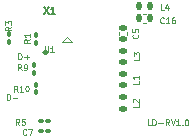
<source format=gto>
G04 #@! TF.GenerationSoftware,KiCad,Pcbnew,8.0.9-8.0.9-0~ubuntu22.04.1*
G04 #@! TF.CreationDate,2025-06-17T20:00:39-06:00*
G04 #@! TF.ProjectId,dongle,646f6e67-6c65-42e6-9b69-6361645f7063,rev?*
G04 #@! TF.SameCoordinates,Original*
G04 #@! TF.FileFunction,Legend,Top*
G04 #@! TF.FilePolarity,Positive*
%FSLAX46Y46*%
G04 Gerber Fmt 4.6, Leading zero omitted, Abs format (unit mm)*
G04 Created by KiCad (PCBNEW 8.0.9-8.0.9-0~ubuntu22.04.1) date 2025-06-17 20:00:39*
%MOMM*%
%LPD*%
G01*
G04 APERTURE LIST*
G04 Aperture macros list*
%AMRoundRect*
0 Rectangle with rounded corners*
0 $1 Rounding radius*
0 $2 $3 $4 $5 $6 $7 $8 $9 X,Y pos of 4 corners*
0 Add a 4 corners polygon primitive as box body*
4,1,4,$2,$3,$4,$5,$6,$7,$8,$9,$2,$3,0*
0 Add four circle primitives for the rounded corners*
1,1,$1+$1,$2,$3*
1,1,$1+$1,$4,$5*
1,1,$1+$1,$6,$7*
1,1,$1+$1,$8,$9*
0 Add four rect primitives between the rounded corners*
20,1,$1+$1,$2,$3,$4,$5,0*
20,1,$1+$1,$4,$5,$6,$7,0*
20,1,$1+$1,$6,$7,$8,$9,0*
20,1,$1+$1,$8,$9,$2,$3,0*%
G04 Aperture macros list end*
%ADD10C,0.125000*%
%ADD11C,0.150000*%
%ADD12C,0.250000*%
%ADD13C,0.120000*%
%ADD14C,0.100000*%
%ADD15C,0.010000*%
%ADD16RoundRect,0.147500X-0.147500X-0.172500X0.147500X-0.172500X0.147500X0.172500X-0.147500X0.172500X0*%
%ADD17RoundRect,0.100000X0.100000X-0.130000X0.100000X0.130000X-0.100000X0.130000X-0.100000X-0.130000X0*%
%ADD18R,0.850000X0.300000*%
%ADD19R,0.300000X0.850000*%
%ADD20RoundRect,0.100000X-0.100000X0.130000X-0.100000X-0.130000X0.100000X-0.130000X0.100000X0.130000X0*%
%ADD21RoundRect,0.100000X0.130000X0.100000X-0.130000X0.100000X-0.130000X-0.100000X0.130000X-0.100000X0*%
%ADD22RoundRect,0.140000X-0.170000X0.140000X-0.170000X-0.140000X0.170000X-0.140000X0.170000X0.140000X0*%
%ADD23RoundRect,0.147500X-0.172500X0.147500X-0.172500X-0.147500X0.172500X-0.147500X0.172500X0.147500X0*%
%ADD24R,1.200000X1.000000*%
%ADD25RoundRect,0.140000X0.140000X0.170000X-0.140000X0.170000X-0.140000X-0.170000X0.140000X-0.170000X0*%
%ADD26RoundRect,0.050000X-0.050000X0.050000X-0.050000X-0.050000X0.050000X-0.050000X0.050000X0.050000X0*%
G04 APERTURE END LIST*
D10*
X141851283Y-94282309D02*
X141851283Y-93782309D01*
X141851283Y-93782309D02*
X141970331Y-93782309D01*
X141970331Y-93782309D02*
X142041759Y-93806119D01*
X142041759Y-93806119D02*
X142089378Y-93853738D01*
X142089378Y-93853738D02*
X142113188Y-93901357D01*
X142113188Y-93901357D02*
X142136997Y-93996595D01*
X142136997Y-93996595D02*
X142136997Y-94068023D01*
X142136997Y-94068023D02*
X142113188Y-94163261D01*
X142113188Y-94163261D02*
X142089378Y-94210880D01*
X142089378Y-94210880D02*
X142041759Y-94258500D01*
X142041759Y-94258500D02*
X141970331Y-94282309D01*
X141970331Y-94282309D02*
X141851283Y-94282309D01*
X142351283Y-94091833D02*
X142732236Y-94091833D01*
X142541759Y-94282309D02*
X142541759Y-93901357D01*
X140876283Y-97732309D02*
X140876283Y-97232309D01*
X140876283Y-97232309D02*
X140995331Y-97232309D01*
X140995331Y-97232309D02*
X141066759Y-97256119D01*
X141066759Y-97256119D02*
X141114378Y-97303738D01*
X141114378Y-97303738D02*
X141138188Y-97351357D01*
X141138188Y-97351357D02*
X141161997Y-97446595D01*
X141161997Y-97446595D02*
X141161997Y-97518023D01*
X141161997Y-97518023D02*
X141138188Y-97613261D01*
X141138188Y-97613261D02*
X141114378Y-97660880D01*
X141114378Y-97660880D02*
X141066759Y-97708500D01*
X141066759Y-97708500D02*
X140995331Y-97732309D01*
X140995331Y-97732309D02*
X140876283Y-97732309D01*
X141376283Y-97541833D02*
X141757236Y-97541833D01*
X153039378Y-99882309D02*
X152801283Y-99882309D01*
X152801283Y-99882309D02*
X152801283Y-99382309D01*
X153206045Y-99882309D02*
X153206045Y-99382309D01*
X153206045Y-99382309D02*
X153325093Y-99382309D01*
X153325093Y-99382309D02*
X153396521Y-99406119D01*
X153396521Y-99406119D02*
X153444140Y-99453738D01*
X153444140Y-99453738D02*
X153467950Y-99501357D01*
X153467950Y-99501357D02*
X153491759Y-99596595D01*
X153491759Y-99596595D02*
X153491759Y-99668023D01*
X153491759Y-99668023D02*
X153467950Y-99763261D01*
X153467950Y-99763261D02*
X153444140Y-99810880D01*
X153444140Y-99810880D02*
X153396521Y-99858500D01*
X153396521Y-99858500D02*
X153325093Y-99882309D01*
X153325093Y-99882309D02*
X153206045Y-99882309D01*
X153706045Y-99691833D02*
X154086998Y-99691833D01*
X154610807Y-99882309D02*
X154444141Y-99644214D01*
X154325093Y-99882309D02*
X154325093Y-99382309D01*
X154325093Y-99382309D02*
X154515569Y-99382309D01*
X154515569Y-99382309D02*
X154563188Y-99406119D01*
X154563188Y-99406119D02*
X154586998Y-99429928D01*
X154586998Y-99429928D02*
X154610807Y-99477547D01*
X154610807Y-99477547D02*
X154610807Y-99548976D01*
X154610807Y-99548976D02*
X154586998Y-99596595D01*
X154586998Y-99596595D02*
X154563188Y-99620404D01*
X154563188Y-99620404D02*
X154515569Y-99644214D01*
X154515569Y-99644214D02*
X154325093Y-99644214D01*
X154753665Y-99382309D02*
X154920331Y-99882309D01*
X154920331Y-99882309D02*
X155086998Y-99382309D01*
X155515569Y-99882309D02*
X155229855Y-99882309D01*
X155372712Y-99882309D02*
X155372712Y-99382309D01*
X155372712Y-99382309D02*
X155325093Y-99453738D01*
X155325093Y-99453738D02*
X155277474Y-99501357D01*
X155277474Y-99501357D02*
X155229855Y-99525166D01*
X155729854Y-99834690D02*
X155753664Y-99858500D01*
X155753664Y-99858500D02*
X155729854Y-99882309D01*
X155729854Y-99882309D02*
X155706045Y-99858500D01*
X155706045Y-99858500D02*
X155729854Y-99834690D01*
X155729854Y-99834690D02*
X155729854Y-99882309D01*
X156063187Y-99382309D02*
X156110806Y-99382309D01*
X156110806Y-99382309D02*
X156158425Y-99406119D01*
X156158425Y-99406119D02*
X156182235Y-99429928D01*
X156182235Y-99429928D02*
X156206044Y-99477547D01*
X156206044Y-99477547D02*
X156229854Y-99572785D01*
X156229854Y-99572785D02*
X156229854Y-99691833D01*
X156229854Y-99691833D02*
X156206044Y-99787071D01*
X156206044Y-99787071D02*
X156182235Y-99834690D01*
X156182235Y-99834690D02*
X156158425Y-99858500D01*
X156158425Y-99858500D02*
X156110806Y-99882309D01*
X156110806Y-99882309D02*
X156063187Y-99882309D01*
X156063187Y-99882309D02*
X156015568Y-99858500D01*
X156015568Y-99858500D02*
X155991759Y-99834690D01*
X155991759Y-99834690D02*
X155967949Y-99787071D01*
X155967949Y-99787071D02*
X155944140Y-99691833D01*
X155944140Y-99691833D02*
X155944140Y-99572785D01*
X155944140Y-99572785D02*
X155967949Y-99477547D01*
X155967949Y-99477547D02*
X155991759Y-99429928D01*
X155991759Y-99429928D02*
X156015568Y-99406119D01*
X156015568Y-99406119D02*
X156063187Y-99382309D01*
X154141666Y-90124809D02*
X153903571Y-90124809D01*
X153903571Y-90124809D02*
X153903571Y-89624809D01*
X154522619Y-89791476D02*
X154522619Y-90124809D01*
X154403571Y-89601000D02*
X154284524Y-89958142D01*
X154284524Y-89958142D02*
X154594047Y-89958142D01*
X141249809Y-91533333D02*
X141011714Y-91699999D01*
X141249809Y-91819047D02*
X140749809Y-91819047D01*
X140749809Y-91819047D02*
X140749809Y-91628571D01*
X140749809Y-91628571D02*
X140773619Y-91580952D01*
X140773619Y-91580952D02*
X140797428Y-91557142D01*
X140797428Y-91557142D02*
X140845047Y-91533333D01*
X140845047Y-91533333D02*
X140916476Y-91533333D01*
X140916476Y-91533333D02*
X140964095Y-91557142D01*
X140964095Y-91557142D02*
X140987904Y-91580952D01*
X140987904Y-91580952D02*
X141011714Y-91628571D01*
X141011714Y-91628571D02*
X141011714Y-91819047D01*
X140749809Y-91366666D02*
X140749809Y-91057142D01*
X140749809Y-91057142D02*
X140940285Y-91223809D01*
X140940285Y-91223809D02*
X140940285Y-91152380D01*
X140940285Y-91152380D02*
X140964095Y-91104761D01*
X140964095Y-91104761D02*
X140987904Y-91080952D01*
X140987904Y-91080952D02*
X141035523Y-91057142D01*
X141035523Y-91057142D02*
X141154571Y-91057142D01*
X141154571Y-91057142D02*
X141202190Y-91080952D01*
X141202190Y-91080952D02*
X141226000Y-91104761D01*
X141226000Y-91104761D02*
X141249809Y-91152380D01*
X141249809Y-91152380D02*
X141249809Y-91295237D01*
X141249809Y-91295237D02*
X141226000Y-91342856D01*
X141226000Y-91342856D02*
X141202190Y-91366666D01*
X144069047Y-93199809D02*
X144069047Y-93604571D01*
X144069047Y-93604571D02*
X144092857Y-93652190D01*
X144092857Y-93652190D02*
X144116666Y-93676000D01*
X144116666Y-93676000D02*
X144164285Y-93699809D01*
X144164285Y-93699809D02*
X144259523Y-93699809D01*
X144259523Y-93699809D02*
X144307142Y-93676000D01*
X144307142Y-93676000D02*
X144330952Y-93652190D01*
X144330952Y-93652190D02*
X144354761Y-93604571D01*
X144354761Y-93604571D02*
X144354761Y-93199809D01*
X144854762Y-93699809D02*
X144569048Y-93699809D01*
X144711905Y-93699809D02*
X144711905Y-93199809D01*
X144711905Y-93199809D02*
X144664286Y-93271238D01*
X144664286Y-93271238D02*
X144616667Y-93318857D01*
X144616667Y-93318857D02*
X144569048Y-93342666D01*
X142824809Y-92608333D02*
X142586714Y-92774999D01*
X142824809Y-92894047D02*
X142324809Y-92894047D01*
X142324809Y-92894047D02*
X142324809Y-92703571D01*
X142324809Y-92703571D02*
X142348619Y-92655952D01*
X142348619Y-92655952D02*
X142372428Y-92632142D01*
X142372428Y-92632142D02*
X142420047Y-92608333D01*
X142420047Y-92608333D02*
X142491476Y-92608333D01*
X142491476Y-92608333D02*
X142539095Y-92632142D01*
X142539095Y-92632142D02*
X142562904Y-92655952D01*
X142562904Y-92655952D02*
X142586714Y-92703571D01*
X142586714Y-92703571D02*
X142586714Y-92894047D01*
X142824809Y-92132142D02*
X142824809Y-92417856D01*
X142824809Y-92274999D02*
X142324809Y-92274999D01*
X142324809Y-92274999D02*
X142396238Y-92322618D01*
X142396238Y-92322618D02*
X142443857Y-92370237D01*
X142443857Y-92370237D02*
X142467666Y-92417856D01*
X141941666Y-99849809D02*
X141775000Y-99611714D01*
X141655952Y-99849809D02*
X141655952Y-99349809D01*
X141655952Y-99349809D02*
X141846428Y-99349809D01*
X141846428Y-99349809D02*
X141894047Y-99373619D01*
X141894047Y-99373619D02*
X141917857Y-99397428D01*
X141917857Y-99397428D02*
X141941666Y-99445047D01*
X141941666Y-99445047D02*
X141941666Y-99516476D01*
X141941666Y-99516476D02*
X141917857Y-99564095D01*
X141917857Y-99564095D02*
X141894047Y-99587904D01*
X141894047Y-99587904D02*
X141846428Y-99611714D01*
X141846428Y-99611714D02*
X141655952Y-99611714D01*
X142394047Y-99349809D02*
X142155952Y-99349809D01*
X142155952Y-99349809D02*
X142132143Y-99587904D01*
X142132143Y-99587904D02*
X142155952Y-99564095D01*
X142155952Y-99564095D02*
X142203571Y-99540285D01*
X142203571Y-99540285D02*
X142322619Y-99540285D01*
X142322619Y-99540285D02*
X142370238Y-99564095D01*
X142370238Y-99564095D02*
X142394047Y-99587904D01*
X142394047Y-99587904D02*
X142417857Y-99635523D01*
X142417857Y-99635523D02*
X142417857Y-99754571D01*
X142417857Y-99754571D02*
X142394047Y-99802190D01*
X142394047Y-99802190D02*
X142370238Y-99826000D01*
X142370238Y-99826000D02*
X142322619Y-99849809D01*
X142322619Y-99849809D02*
X142203571Y-99849809D01*
X142203571Y-99849809D02*
X142155952Y-99826000D01*
X142155952Y-99826000D02*
X142132143Y-99802190D01*
X151952190Y-92208333D02*
X151976000Y-92232142D01*
X151976000Y-92232142D02*
X151999809Y-92303571D01*
X151999809Y-92303571D02*
X151999809Y-92351190D01*
X151999809Y-92351190D02*
X151976000Y-92422618D01*
X151976000Y-92422618D02*
X151928380Y-92470237D01*
X151928380Y-92470237D02*
X151880761Y-92494047D01*
X151880761Y-92494047D02*
X151785523Y-92517856D01*
X151785523Y-92517856D02*
X151714095Y-92517856D01*
X151714095Y-92517856D02*
X151618857Y-92494047D01*
X151618857Y-92494047D02*
X151571238Y-92470237D01*
X151571238Y-92470237D02*
X151523619Y-92422618D01*
X151523619Y-92422618D02*
X151499809Y-92351190D01*
X151499809Y-92351190D02*
X151499809Y-92303571D01*
X151499809Y-92303571D02*
X151523619Y-92232142D01*
X151523619Y-92232142D02*
X151547428Y-92208333D01*
X151499809Y-91755952D02*
X151499809Y-91994047D01*
X151499809Y-91994047D02*
X151737904Y-92017856D01*
X151737904Y-92017856D02*
X151714095Y-91994047D01*
X151714095Y-91994047D02*
X151690285Y-91946428D01*
X151690285Y-91946428D02*
X151690285Y-91827380D01*
X151690285Y-91827380D02*
X151714095Y-91779761D01*
X151714095Y-91779761D02*
X151737904Y-91755952D01*
X151737904Y-91755952D02*
X151785523Y-91732142D01*
X151785523Y-91732142D02*
X151904571Y-91732142D01*
X151904571Y-91732142D02*
X151952190Y-91755952D01*
X151952190Y-91755952D02*
X151976000Y-91779761D01*
X151976000Y-91779761D02*
X151999809Y-91827380D01*
X151999809Y-91827380D02*
X151999809Y-91946428D01*
X151999809Y-91946428D02*
X151976000Y-91994047D01*
X151976000Y-91994047D02*
X151952190Y-92017856D01*
X142516666Y-100652190D02*
X142492857Y-100676000D01*
X142492857Y-100676000D02*
X142421428Y-100699809D01*
X142421428Y-100699809D02*
X142373809Y-100699809D01*
X142373809Y-100699809D02*
X142302381Y-100676000D01*
X142302381Y-100676000D02*
X142254762Y-100628380D01*
X142254762Y-100628380D02*
X142230952Y-100580761D01*
X142230952Y-100580761D02*
X142207143Y-100485523D01*
X142207143Y-100485523D02*
X142207143Y-100414095D01*
X142207143Y-100414095D02*
X142230952Y-100318857D01*
X142230952Y-100318857D02*
X142254762Y-100271238D01*
X142254762Y-100271238D02*
X142302381Y-100223619D01*
X142302381Y-100223619D02*
X142373809Y-100199809D01*
X142373809Y-100199809D02*
X142421428Y-100199809D01*
X142421428Y-100199809D02*
X142492857Y-100223619D01*
X142492857Y-100223619D02*
X142516666Y-100247428D01*
X142683333Y-100199809D02*
X143016666Y-100199809D01*
X143016666Y-100199809D02*
X142802381Y-100699809D01*
X152024809Y-96108333D02*
X152024809Y-96346428D01*
X152024809Y-96346428D02*
X151524809Y-96346428D01*
X152024809Y-95679761D02*
X152024809Y-95965475D01*
X152024809Y-95822618D02*
X151524809Y-95822618D01*
X151524809Y-95822618D02*
X151596238Y-95870237D01*
X151596238Y-95870237D02*
X151643857Y-95917856D01*
X151643857Y-95917856D02*
X151667666Y-95965475D01*
X142120603Y-95226229D02*
X141949806Y-94991079D01*
X141834932Y-95231216D02*
X141826206Y-94731292D01*
X141826206Y-94731292D02*
X142016653Y-94727967D01*
X142016653Y-94727967D02*
X142064680Y-94750942D01*
X142064680Y-94750942D02*
X142088902Y-94774333D01*
X142088902Y-94774333D02*
X142113538Y-94821529D01*
X142113538Y-94821529D02*
X142114785Y-94892947D01*
X142114785Y-94892947D02*
X142091810Y-94940974D01*
X142091810Y-94940974D02*
X142068420Y-94965195D01*
X142068420Y-94965195D02*
X142021224Y-94989832D01*
X142021224Y-94989832D02*
X141830776Y-94993157D01*
X142358662Y-95222074D02*
X142453885Y-95220412D01*
X142453885Y-95220412D02*
X142501081Y-95195775D01*
X142501081Y-95195775D02*
X142524472Y-95171553D01*
X142524472Y-95171553D02*
X142570837Y-95099305D01*
X142570837Y-95099305D02*
X142592981Y-95003665D01*
X142592981Y-95003665D02*
X142589656Y-94813218D01*
X142589656Y-94813218D02*
X142565019Y-94766022D01*
X142565019Y-94766022D02*
X142540798Y-94742632D01*
X142540798Y-94742632D02*
X142492771Y-94719657D01*
X142492771Y-94719657D02*
X142397547Y-94721319D01*
X142397547Y-94721319D02*
X142350351Y-94745956D01*
X142350351Y-94745956D02*
X142326961Y-94770177D01*
X142326961Y-94770177D02*
X142303986Y-94818205D01*
X142303986Y-94818205D02*
X142306063Y-94937234D01*
X142306063Y-94937234D02*
X142330700Y-94984430D01*
X142330700Y-94984430D02*
X142354922Y-95007821D01*
X142354922Y-95007821D02*
X142402949Y-95030796D01*
X142402949Y-95030796D02*
X142498173Y-95029133D01*
X142498173Y-95029133D02*
X142545369Y-95004496D01*
X142545369Y-95004496D02*
X142568759Y-94980275D01*
X142568759Y-94980275D02*
X142591734Y-94932248D01*
D11*
X144014285Y-89894771D02*
X144414285Y-90494771D01*
X144414285Y-89894771D02*
X144014285Y-90494771D01*
X144957142Y-90494771D02*
X144614285Y-90494771D01*
X144785714Y-90494771D02*
X144785714Y-89894771D01*
X144785714Y-89894771D02*
X144728571Y-89980485D01*
X144728571Y-89980485D02*
X144671428Y-90037628D01*
X144671428Y-90037628D02*
X144614285Y-90066200D01*
D10*
X152024809Y-98083333D02*
X152024809Y-98321428D01*
X152024809Y-98321428D02*
X151524809Y-98321428D01*
X151572428Y-97940475D02*
X151548619Y-97916666D01*
X151548619Y-97916666D02*
X151524809Y-97869047D01*
X151524809Y-97869047D02*
X151524809Y-97749999D01*
X151524809Y-97749999D02*
X151548619Y-97702380D01*
X151548619Y-97702380D02*
X151572428Y-97678571D01*
X151572428Y-97678571D02*
X151620047Y-97654761D01*
X151620047Y-97654761D02*
X151667666Y-97654761D01*
X151667666Y-97654761D02*
X151739095Y-97678571D01*
X151739095Y-97678571D02*
X152024809Y-97964285D01*
X152024809Y-97964285D02*
X152024809Y-97654761D01*
X141782544Y-97030384D02*
X141611747Y-96795234D01*
X141496873Y-97035371D02*
X141488147Y-96535447D01*
X141488147Y-96535447D02*
X141678594Y-96532123D01*
X141678594Y-96532123D02*
X141726621Y-96555098D01*
X141726621Y-96555098D02*
X141750843Y-96578488D01*
X141750843Y-96578488D02*
X141775480Y-96625684D01*
X141775480Y-96625684D02*
X141776726Y-96697102D01*
X141776726Y-96697102D02*
X141753752Y-96745129D01*
X141753752Y-96745129D02*
X141730361Y-96769351D01*
X141730361Y-96769351D02*
X141683165Y-96793988D01*
X141683165Y-96793988D02*
X141492718Y-96797312D01*
X142258662Y-97022074D02*
X141972991Y-97027060D01*
X142115826Y-97024567D02*
X142107100Y-96524643D01*
X142107100Y-96524643D02*
X142060735Y-96596892D01*
X142060735Y-96596892D02*
X142013954Y-96645335D01*
X142013954Y-96645335D02*
X141966758Y-96669972D01*
X142559412Y-96516748D02*
X142607024Y-96515917D01*
X142607024Y-96515917D02*
X142655051Y-96538892D01*
X142655051Y-96538892D02*
X142679272Y-96562282D01*
X142679272Y-96562282D02*
X142703909Y-96609478D01*
X142703909Y-96609478D02*
X142729377Y-96704286D01*
X142729377Y-96704286D02*
X142731455Y-96823316D01*
X142731455Y-96823316D02*
X142709311Y-96918955D01*
X142709311Y-96918955D02*
X142686336Y-96966982D01*
X142686336Y-96966982D02*
X142662946Y-96991204D01*
X142662946Y-96991204D02*
X142615750Y-97015841D01*
X142615750Y-97015841D02*
X142568138Y-97016672D01*
X142568138Y-97016672D02*
X142520111Y-96993697D01*
X142520111Y-96993697D02*
X142495889Y-96970307D01*
X142495889Y-96970307D02*
X142471252Y-96923110D01*
X142471252Y-96923110D02*
X142445784Y-96828302D01*
X142445784Y-96828302D02*
X142443707Y-96709273D01*
X142443707Y-96709273D02*
X142465850Y-96613634D01*
X142465850Y-96613634D02*
X142488825Y-96565606D01*
X142488825Y-96565606D02*
X142512216Y-96541385D01*
X142512216Y-96541385D02*
X142559412Y-96516748D01*
X154153571Y-91202190D02*
X154129762Y-91226000D01*
X154129762Y-91226000D02*
X154058333Y-91249809D01*
X154058333Y-91249809D02*
X154010714Y-91249809D01*
X154010714Y-91249809D02*
X153939286Y-91226000D01*
X153939286Y-91226000D02*
X153891667Y-91178380D01*
X153891667Y-91178380D02*
X153867857Y-91130761D01*
X153867857Y-91130761D02*
X153844048Y-91035523D01*
X153844048Y-91035523D02*
X153844048Y-90964095D01*
X153844048Y-90964095D02*
X153867857Y-90868857D01*
X153867857Y-90868857D02*
X153891667Y-90821238D01*
X153891667Y-90821238D02*
X153939286Y-90773619D01*
X153939286Y-90773619D02*
X154010714Y-90749809D01*
X154010714Y-90749809D02*
X154058333Y-90749809D01*
X154058333Y-90749809D02*
X154129762Y-90773619D01*
X154129762Y-90773619D02*
X154153571Y-90797428D01*
X154629762Y-91249809D02*
X154344048Y-91249809D01*
X154486905Y-91249809D02*
X154486905Y-90749809D01*
X154486905Y-90749809D02*
X154439286Y-90821238D01*
X154439286Y-90821238D02*
X154391667Y-90868857D01*
X154391667Y-90868857D02*
X154344048Y-90892666D01*
X155058333Y-90749809D02*
X154963095Y-90749809D01*
X154963095Y-90749809D02*
X154915476Y-90773619D01*
X154915476Y-90773619D02*
X154891666Y-90797428D01*
X154891666Y-90797428D02*
X154844047Y-90868857D01*
X154844047Y-90868857D02*
X154820238Y-90964095D01*
X154820238Y-90964095D02*
X154820238Y-91154571D01*
X154820238Y-91154571D02*
X154844047Y-91202190D01*
X154844047Y-91202190D02*
X154867857Y-91226000D01*
X154867857Y-91226000D02*
X154915476Y-91249809D01*
X154915476Y-91249809D02*
X155010714Y-91249809D01*
X155010714Y-91249809D02*
X155058333Y-91226000D01*
X155058333Y-91226000D02*
X155082142Y-91202190D01*
X155082142Y-91202190D02*
X155105952Y-91154571D01*
X155105952Y-91154571D02*
X155105952Y-91035523D01*
X155105952Y-91035523D02*
X155082142Y-90987904D01*
X155082142Y-90987904D02*
X155058333Y-90964095D01*
X155058333Y-90964095D02*
X155010714Y-90940285D01*
X155010714Y-90940285D02*
X154915476Y-90940285D01*
X154915476Y-90940285D02*
X154867857Y-90964095D01*
X154867857Y-90964095D02*
X154844047Y-90987904D01*
X154844047Y-90987904D02*
X154820238Y-91035523D01*
X152099809Y-94133333D02*
X152099809Y-94371428D01*
X152099809Y-94371428D02*
X151599809Y-94371428D01*
X151599809Y-94014285D02*
X151599809Y-93704761D01*
X151599809Y-93704761D02*
X151790285Y-93871428D01*
X151790285Y-93871428D02*
X151790285Y-93799999D01*
X151790285Y-93799999D02*
X151814095Y-93752380D01*
X151814095Y-93752380D02*
X151837904Y-93728571D01*
X151837904Y-93728571D02*
X151885523Y-93704761D01*
X151885523Y-93704761D02*
X152004571Y-93704761D01*
X152004571Y-93704761D02*
X152052190Y-93728571D01*
X152052190Y-93728571D02*
X152076000Y-93752380D01*
X152076000Y-93752380D02*
X152099809Y-93799999D01*
X152099809Y-93799999D02*
X152099809Y-93942856D01*
X152099809Y-93942856D02*
X152076000Y-93990475D01*
X152076000Y-93990475D02*
X152052190Y-94014285D01*
D12*
X144250000Y-93725000D02*
G75*
G02*
X144000000Y-93725000I-125000J0D01*
G01*
X144000000Y-93725000D02*
G75*
G02*
X144250000Y-93725000I125000J0D01*
G01*
D13*
X150339998Y-91997166D02*
X150340002Y-92212837D01*
X151059998Y-91997161D02*
X151060002Y-92212832D01*
D14*
X145580000Y-92839998D02*
X146380000Y-92839998D01*
X145990000Y-92409998D02*
X145580000Y-92839998D01*
X146380000Y-92839998D02*
X145990000Y-92409998D01*
D13*
X152657836Y-90465000D02*
X152442164Y-90465000D01*
X152657836Y-91185000D02*
X152442164Y-91185000D01*
%LPC*%
D15*
X143031000Y-90501000D02*
X143063000Y-90503000D01*
X143094000Y-90507000D01*
X143125000Y-90513000D01*
X143155000Y-90520000D01*
X143185000Y-90529000D01*
X143215000Y-90540000D01*
X143244000Y-90552000D01*
X143272000Y-90565000D01*
X143300000Y-90580000D01*
X143327000Y-90597000D01*
X143353000Y-90615000D01*
X143378000Y-90634000D01*
X143401000Y-90654000D01*
X143424000Y-90676000D01*
X143446000Y-90699000D01*
X143466000Y-90722000D01*
X143485000Y-90747000D01*
X143503000Y-90773000D01*
X143520000Y-90800000D01*
X143535000Y-90828000D01*
X143548000Y-90856000D01*
X143560000Y-90885000D01*
X143571000Y-90915000D01*
X143580000Y-90945000D01*
X143587000Y-90975000D01*
X143593000Y-91006000D01*
X143597000Y-91037000D01*
X143599000Y-91069000D01*
X143600000Y-91100000D01*
X143599000Y-91131000D01*
X143597000Y-91163000D01*
X143593000Y-91194000D01*
X143587000Y-91225000D01*
X143580000Y-91255000D01*
X143571000Y-91285000D01*
X143560000Y-91315000D01*
X143548000Y-91344000D01*
X143535000Y-91372000D01*
X143520000Y-91400000D01*
X143503000Y-91427000D01*
X143485000Y-91453000D01*
X143466000Y-91478000D01*
X143446000Y-91501000D01*
X143424000Y-91524000D01*
X143401000Y-91546000D01*
X143378000Y-91566000D01*
X143353000Y-91585000D01*
X143327000Y-91603000D01*
X143300000Y-91620000D01*
X143272000Y-91635000D01*
X143244000Y-91648000D01*
X143215000Y-91660000D01*
X143185000Y-91671000D01*
X143155000Y-91680000D01*
X143125000Y-91687000D01*
X143094000Y-91693000D01*
X143063000Y-91697000D01*
X143031000Y-91699000D01*
X143000000Y-91700000D01*
X142200000Y-91700000D01*
X142169000Y-91699000D01*
X142137000Y-91697000D01*
X142106000Y-91693000D01*
X142075000Y-91687000D01*
X142045000Y-91680000D01*
X142015000Y-91671000D01*
X141985000Y-91660000D01*
X141956000Y-91648000D01*
X141928000Y-91635000D01*
X141900000Y-91620000D01*
X141873000Y-91603000D01*
X141847000Y-91585000D01*
X141822000Y-91566000D01*
X141799000Y-91546000D01*
X141776000Y-91524000D01*
X141754000Y-91501000D01*
X141734000Y-91478000D01*
X141715000Y-91453000D01*
X141697000Y-91427000D01*
X141680000Y-91400000D01*
X141665000Y-91372000D01*
X141652000Y-91344000D01*
X141640000Y-91315000D01*
X141629000Y-91285000D01*
X141620000Y-91255000D01*
X141613000Y-91225000D01*
X141607000Y-91194000D01*
X141603000Y-91163000D01*
X141601000Y-91131000D01*
X141600000Y-91100000D01*
X141601000Y-91069000D01*
X141603000Y-91037000D01*
X141607000Y-91006000D01*
X141613000Y-90975000D01*
X141620000Y-90945000D01*
X141629000Y-90915000D01*
X141640000Y-90885000D01*
X141652000Y-90856000D01*
X141665000Y-90828000D01*
X141680000Y-90800000D01*
X141697000Y-90773000D01*
X141715000Y-90747000D01*
X141734000Y-90722000D01*
X141754000Y-90699000D01*
X141776000Y-90676000D01*
X141799000Y-90654000D01*
X141822000Y-90634000D01*
X141847000Y-90615000D01*
X141873000Y-90597000D01*
X141900000Y-90580000D01*
X141928000Y-90565000D01*
X141956000Y-90552000D01*
X141985000Y-90540000D01*
X142015000Y-90529000D01*
X142045000Y-90520000D01*
X142075000Y-90513000D01*
X142106000Y-90507000D01*
X142137000Y-90503000D01*
X142169000Y-90501000D01*
X142200000Y-90500000D01*
X143000000Y-90500000D01*
X143031000Y-90501000D01*
G36*
X143031000Y-90501000D02*
G01*
X143063000Y-90503000D01*
X143094000Y-90507000D01*
X143125000Y-90513000D01*
X143155000Y-90520000D01*
X143185000Y-90529000D01*
X143215000Y-90540000D01*
X143244000Y-90552000D01*
X143272000Y-90565000D01*
X143300000Y-90580000D01*
X143327000Y-90597000D01*
X143353000Y-90615000D01*
X143378000Y-90634000D01*
X143401000Y-90654000D01*
X143424000Y-90676000D01*
X143446000Y-90699000D01*
X143466000Y-90722000D01*
X143485000Y-90747000D01*
X143503000Y-90773000D01*
X143520000Y-90800000D01*
X143535000Y-90828000D01*
X143548000Y-90856000D01*
X143560000Y-90885000D01*
X143571000Y-90915000D01*
X143580000Y-90945000D01*
X143587000Y-90975000D01*
X143593000Y-91006000D01*
X143597000Y-91037000D01*
X143599000Y-91069000D01*
X143600000Y-91100000D01*
X143599000Y-91131000D01*
X143597000Y-91163000D01*
X143593000Y-91194000D01*
X143587000Y-91225000D01*
X143580000Y-91255000D01*
X143571000Y-91285000D01*
X143560000Y-91315000D01*
X143548000Y-91344000D01*
X143535000Y-91372000D01*
X143520000Y-91400000D01*
X143503000Y-91427000D01*
X143485000Y-91453000D01*
X143466000Y-91478000D01*
X143446000Y-91501000D01*
X143424000Y-91524000D01*
X143401000Y-91546000D01*
X143378000Y-91566000D01*
X143353000Y-91585000D01*
X143327000Y-91603000D01*
X143300000Y-91620000D01*
X143272000Y-91635000D01*
X143244000Y-91648000D01*
X143215000Y-91660000D01*
X143185000Y-91671000D01*
X143155000Y-91680000D01*
X143125000Y-91687000D01*
X143094000Y-91693000D01*
X143063000Y-91697000D01*
X143031000Y-91699000D01*
X143000000Y-91700000D01*
X142200000Y-91700000D01*
X142169000Y-91699000D01*
X142137000Y-91697000D01*
X142106000Y-91693000D01*
X142075000Y-91687000D01*
X142045000Y-91680000D01*
X142015000Y-91671000D01*
X141985000Y-91660000D01*
X141956000Y-91648000D01*
X141928000Y-91635000D01*
X141900000Y-91620000D01*
X141873000Y-91603000D01*
X141847000Y-91585000D01*
X141822000Y-91566000D01*
X141799000Y-91546000D01*
X141776000Y-91524000D01*
X141754000Y-91501000D01*
X141734000Y-91478000D01*
X141715000Y-91453000D01*
X141697000Y-91427000D01*
X141680000Y-91400000D01*
X141665000Y-91372000D01*
X141652000Y-91344000D01*
X141640000Y-91315000D01*
X141629000Y-91285000D01*
X141620000Y-91255000D01*
X141613000Y-91225000D01*
X141607000Y-91194000D01*
X141603000Y-91163000D01*
X141601000Y-91131000D01*
X141600000Y-91100000D01*
X141601000Y-91069000D01*
X141603000Y-91037000D01*
X141607000Y-91006000D01*
X141613000Y-90975000D01*
X141620000Y-90945000D01*
X141629000Y-90915000D01*
X141640000Y-90885000D01*
X141652000Y-90856000D01*
X141665000Y-90828000D01*
X141680000Y-90800000D01*
X141697000Y-90773000D01*
X141715000Y-90747000D01*
X141734000Y-90722000D01*
X141754000Y-90699000D01*
X141776000Y-90676000D01*
X141799000Y-90654000D01*
X141822000Y-90634000D01*
X141847000Y-90615000D01*
X141873000Y-90597000D01*
X141900000Y-90580000D01*
X141928000Y-90565000D01*
X141956000Y-90552000D01*
X141985000Y-90540000D01*
X142015000Y-90529000D01*
X142045000Y-90520000D01*
X142075000Y-90513000D01*
X142106000Y-90507000D01*
X142137000Y-90503000D01*
X142169000Y-90501000D01*
X142200000Y-90500000D01*
X143000000Y-90500000D01*
X143031000Y-90501000D01*
G37*
X143031000Y-97901000D02*
X143063000Y-97903000D01*
X143094000Y-97907000D01*
X143125000Y-97913000D01*
X143155000Y-97920000D01*
X143185000Y-97929000D01*
X143215000Y-97940000D01*
X143244000Y-97952000D01*
X143272000Y-97965000D01*
X143300000Y-97980000D01*
X143327000Y-97997000D01*
X143353000Y-98015000D01*
X143378000Y-98034000D01*
X143401000Y-98054000D01*
X143424000Y-98076000D01*
X143446000Y-98099000D01*
X143466000Y-98122000D01*
X143485000Y-98147000D01*
X143503000Y-98173000D01*
X143520000Y-98200000D01*
X143535000Y-98228000D01*
X143548000Y-98256000D01*
X143560000Y-98285000D01*
X143571000Y-98315000D01*
X143580000Y-98345000D01*
X143587000Y-98375000D01*
X143593000Y-98406000D01*
X143597000Y-98437000D01*
X143599000Y-98469000D01*
X143600000Y-98500000D01*
X143599000Y-98531000D01*
X143597000Y-98563000D01*
X143593000Y-98594000D01*
X143587000Y-98625000D01*
X143580000Y-98655000D01*
X143571000Y-98685000D01*
X143560000Y-98715000D01*
X143548000Y-98744000D01*
X143535000Y-98772000D01*
X143520000Y-98800000D01*
X143503000Y-98827000D01*
X143485000Y-98853000D01*
X143466000Y-98878000D01*
X143446000Y-98901000D01*
X143424000Y-98924000D01*
X143401000Y-98946000D01*
X143378000Y-98966000D01*
X143353000Y-98985000D01*
X143327000Y-99003000D01*
X143300000Y-99020000D01*
X143272000Y-99035000D01*
X143244000Y-99048000D01*
X143215000Y-99060000D01*
X143185000Y-99071000D01*
X143155000Y-99080000D01*
X143125000Y-99087000D01*
X143094000Y-99093000D01*
X143063000Y-99097000D01*
X143031000Y-99099000D01*
X143000000Y-99100000D01*
X142200000Y-99100000D01*
X142169000Y-99099000D01*
X142137000Y-99097000D01*
X142106000Y-99093000D01*
X142075000Y-99087000D01*
X142045000Y-99080000D01*
X142015000Y-99071000D01*
X141985000Y-99060000D01*
X141956000Y-99048000D01*
X141928000Y-99035000D01*
X141900000Y-99020000D01*
X141873000Y-99003000D01*
X141847000Y-98985000D01*
X141822000Y-98966000D01*
X141799000Y-98946000D01*
X141776000Y-98924000D01*
X141754000Y-98901000D01*
X141734000Y-98878000D01*
X141715000Y-98853000D01*
X141697000Y-98827000D01*
X141680000Y-98800000D01*
X141665000Y-98772000D01*
X141652000Y-98744000D01*
X141640000Y-98715000D01*
X141629000Y-98685000D01*
X141620000Y-98655000D01*
X141613000Y-98625000D01*
X141607000Y-98594000D01*
X141603000Y-98563000D01*
X141601000Y-98531000D01*
X141600000Y-98500000D01*
X141601000Y-98469000D01*
X141603000Y-98437000D01*
X141607000Y-98406000D01*
X141613000Y-98375000D01*
X141620000Y-98345000D01*
X141629000Y-98315000D01*
X141640000Y-98285000D01*
X141652000Y-98256000D01*
X141665000Y-98228000D01*
X141680000Y-98200000D01*
X141697000Y-98173000D01*
X141715000Y-98147000D01*
X141734000Y-98122000D01*
X141754000Y-98099000D01*
X141776000Y-98076000D01*
X141799000Y-98054000D01*
X141822000Y-98034000D01*
X141847000Y-98015000D01*
X141873000Y-97997000D01*
X141900000Y-97980000D01*
X141928000Y-97965000D01*
X141956000Y-97952000D01*
X141985000Y-97940000D01*
X142015000Y-97929000D01*
X142045000Y-97920000D01*
X142075000Y-97913000D01*
X142106000Y-97907000D01*
X142137000Y-97903000D01*
X142169000Y-97901000D01*
X142200000Y-97900000D01*
X143000000Y-97900000D01*
X143031000Y-97901000D01*
G36*
X143031000Y-97901000D02*
G01*
X143063000Y-97903000D01*
X143094000Y-97907000D01*
X143125000Y-97913000D01*
X143155000Y-97920000D01*
X143185000Y-97929000D01*
X143215000Y-97940000D01*
X143244000Y-97952000D01*
X143272000Y-97965000D01*
X143300000Y-97980000D01*
X143327000Y-97997000D01*
X143353000Y-98015000D01*
X143378000Y-98034000D01*
X143401000Y-98054000D01*
X143424000Y-98076000D01*
X143446000Y-98099000D01*
X143466000Y-98122000D01*
X143485000Y-98147000D01*
X143503000Y-98173000D01*
X143520000Y-98200000D01*
X143535000Y-98228000D01*
X143548000Y-98256000D01*
X143560000Y-98285000D01*
X143571000Y-98315000D01*
X143580000Y-98345000D01*
X143587000Y-98375000D01*
X143593000Y-98406000D01*
X143597000Y-98437000D01*
X143599000Y-98469000D01*
X143600000Y-98500000D01*
X143599000Y-98531000D01*
X143597000Y-98563000D01*
X143593000Y-98594000D01*
X143587000Y-98625000D01*
X143580000Y-98655000D01*
X143571000Y-98685000D01*
X143560000Y-98715000D01*
X143548000Y-98744000D01*
X143535000Y-98772000D01*
X143520000Y-98800000D01*
X143503000Y-98827000D01*
X143485000Y-98853000D01*
X143466000Y-98878000D01*
X143446000Y-98901000D01*
X143424000Y-98924000D01*
X143401000Y-98946000D01*
X143378000Y-98966000D01*
X143353000Y-98985000D01*
X143327000Y-99003000D01*
X143300000Y-99020000D01*
X143272000Y-99035000D01*
X143244000Y-99048000D01*
X143215000Y-99060000D01*
X143185000Y-99071000D01*
X143155000Y-99080000D01*
X143125000Y-99087000D01*
X143094000Y-99093000D01*
X143063000Y-99097000D01*
X143031000Y-99099000D01*
X143000000Y-99100000D01*
X142200000Y-99100000D01*
X142169000Y-99099000D01*
X142137000Y-99097000D01*
X142106000Y-99093000D01*
X142075000Y-99087000D01*
X142045000Y-99080000D01*
X142015000Y-99071000D01*
X141985000Y-99060000D01*
X141956000Y-99048000D01*
X141928000Y-99035000D01*
X141900000Y-99020000D01*
X141873000Y-99003000D01*
X141847000Y-98985000D01*
X141822000Y-98966000D01*
X141799000Y-98946000D01*
X141776000Y-98924000D01*
X141754000Y-98901000D01*
X141734000Y-98878000D01*
X141715000Y-98853000D01*
X141697000Y-98827000D01*
X141680000Y-98800000D01*
X141665000Y-98772000D01*
X141652000Y-98744000D01*
X141640000Y-98715000D01*
X141629000Y-98685000D01*
X141620000Y-98655000D01*
X141613000Y-98625000D01*
X141607000Y-98594000D01*
X141603000Y-98563000D01*
X141601000Y-98531000D01*
X141600000Y-98500000D01*
X141601000Y-98469000D01*
X141603000Y-98437000D01*
X141607000Y-98406000D01*
X141613000Y-98375000D01*
X141620000Y-98345000D01*
X141629000Y-98315000D01*
X141640000Y-98285000D01*
X141652000Y-98256000D01*
X141665000Y-98228000D01*
X141680000Y-98200000D01*
X141697000Y-98173000D01*
X141715000Y-98147000D01*
X141734000Y-98122000D01*
X141754000Y-98099000D01*
X141776000Y-98076000D01*
X141799000Y-98054000D01*
X141822000Y-98034000D01*
X141847000Y-98015000D01*
X141873000Y-97997000D01*
X141900000Y-97980000D01*
X141928000Y-97965000D01*
X141956000Y-97952000D01*
X141985000Y-97940000D01*
X142015000Y-97929000D01*
X142045000Y-97920000D01*
X142075000Y-97913000D01*
X142106000Y-97907000D01*
X142137000Y-97903000D01*
X142169000Y-97901000D01*
X142200000Y-97900000D01*
X143000000Y-97900000D01*
X143031000Y-97901000D01*
G37*
D16*
X152065000Y-89800000D03*
X153035000Y-89800000D03*
D17*
X141050002Y-92820000D03*
X141049998Y-92180000D03*
D18*
X144550000Y-94475000D03*
X144550000Y-94975000D03*
X144550000Y-95475000D03*
X144550000Y-95975000D03*
X144550000Y-96475000D03*
X144550000Y-96975000D03*
X144550000Y-97475000D03*
X144550000Y-97975000D03*
D19*
X145250000Y-98675000D03*
X145750000Y-98675000D03*
X146250000Y-98675000D03*
X146750000Y-98675000D03*
X147250000Y-98675000D03*
X147750000Y-98675000D03*
X148250000Y-98675000D03*
X148750000Y-98675000D03*
D18*
X149450000Y-97975000D03*
X149450000Y-97475000D03*
X149450000Y-96975000D03*
X149450000Y-96475000D03*
X149450000Y-95975000D03*
X149450000Y-95475000D03*
X149450000Y-94975000D03*
X149450000Y-94475000D03*
D19*
X148750000Y-93775000D03*
X148250000Y-93775000D03*
X147750000Y-93775000D03*
X147250000Y-93775000D03*
X146750000Y-93775000D03*
X146250000Y-93775000D03*
X145750000Y-93775000D03*
X145250000Y-93775000D03*
D20*
X143325002Y-92255000D03*
X143324998Y-92895000D03*
D21*
X144400000Y-99550000D03*
X143760004Y-99550006D03*
D22*
X150700000Y-91625000D03*
X150700000Y-92584998D03*
D21*
X144399998Y-100375004D03*
X143760002Y-100375010D03*
D23*
X150750000Y-95540000D03*
X150750000Y-96510000D03*
D20*
X143200002Y-94805000D03*
X143199998Y-95445000D03*
D24*
X146050000Y-91599998D03*
X147750000Y-91599998D03*
X147750000Y-90299998D03*
X146050000Y-90299998D03*
D23*
X150725000Y-97515000D03*
X150725000Y-98485000D03*
D17*
X143375001Y-97070002D03*
X143374999Y-96429998D03*
D25*
X153030000Y-90825000D03*
X152070000Y-90825000D03*
D26*
X153080002Y-89600002D03*
D23*
X150700000Y-93565000D03*
X150700000Y-94535000D03*
%LPD*%
M02*

</source>
